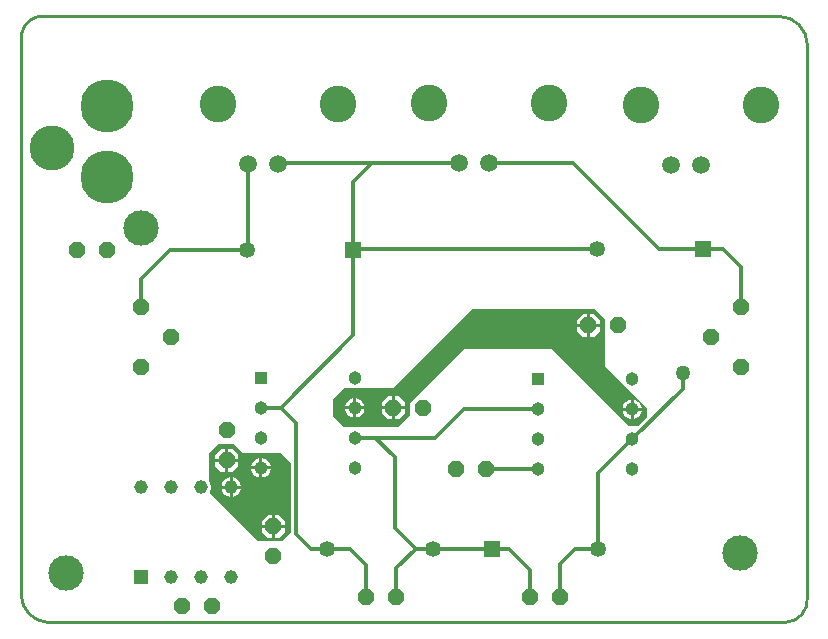
<source format=gbl>
G04*
G04 #@! TF.GenerationSoftware,Altium Limited,Altium Designer,21.2.2 (38)*
G04*
G04 Layer_Physical_Order=2*
G04 Layer_Color=16776960*
%FSLAX25Y25*%
%MOIN*%
G70*
G04*
G04 #@! TF.SameCoordinates,E511DB09-7795-4F42-8736-8E558125F004*
G04*
G04*
G04 #@! TF.FilePolarity,Positive*
G04*
G01*
G75*
%ADD13C,0.01000*%
%ADD32C,0.01200*%
%ADD34P,0.06061X8X202.5*%
%ADD35P,0.06061X8X292.5*%
%ADD36R,0.04567X0.04567*%
%ADD37C,0.04567*%
%ADD38C,0.05315*%
%ADD39R,0.05315X0.05315*%
%ADD40P,0.05629X8X22.5*%
%ADD41R,0.04461X0.04461*%
%ADD42C,0.04461*%
%ADD43C,0.12205*%
%ADD44C,0.05906*%
%ADD45C,0.14961*%
%ADD46C,0.17717*%
%ADD47C,0.11811*%
%ADD48C,0.05000*%
G36*
X153500Y99500D02*
X166000D01*
X169369Y96131D01*
Y72869D01*
X166500Y70000D01*
X158500D01*
X142270Y86230D01*
X142560Y86733D01*
X142783Y87568D01*
Y88432D01*
X142560Y89267D01*
X142127Y90016D01*
X142000Y90144D01*
Y99500D01*
X145000Y102500D01*
X150500D01*
X153500Y99500D01*
D02*
G37*
G36*
X274000Y144000D02*
Y128500D01*
X288000Y114500D01*
X288000Y111500D01*
X285000Y108500D01*
X282000Y108500D01*
X256500Y134000D01*
X227000Y134000D01*
X209000Y116000D01*
X209000Y112000D01*
X205000Y108000D01*
X187000D01*
X183500Y111500D01*
Y117500D01*
X187000Y121000D01*
X203500D01*
X230000Y147500D01*
X270500D01*
X274000Y144000D01*
D02*
G37*
%LPC*%
G36*
X149900Y100800D02*
X148500D01*
Y97500D01*
X151800D01*
Y98900D01*
X149900Y100800D01*
D02*
G37*
G36*
X147500D02*
X146100D01*
X144200Y98900D01*
Y97500D01*
X147500D01*
Y100800D01*
D02*
G37*
G36*
X159874Y97710D02*
Y95000D01*
X162584D01*
X162384Y95747D01*
X161959Y96483D01*
X161357Y97085D01*
X160621Y97510D01*
X159874Y97710D01*
D02*
G37*
G36*
X158874D02*
X158127Y97510D01*
X157391Y97085D01*
X156789Y96483D01*
X156364Y95747D01*
X156164Y95000D01*
X158874D01*
Y97710D01*
D02*
G37*
G36*
X151800Y96500D02*
X148500D01*
Y93200D01*
X149900D01*
X151800Y95100D01*
Y96500D01*
D02*
G37*
G36*
X147500D02*
X144200D01*
Y95100D01*
X146100Y93200D01*
X147500D01*
Y96500D01*
D02*
G37*
G36*
X162584Y94000D02*
X159874D01*
Y91290D01*
X160621Y91490D01*
X161357Y91915D01*
X161959Y92516D01*
X162384Y93253D01*
X162584Y94000D01*
D02*
G37*
G36*
X158874D02*
X156164D01*
X156364Y93253D01*
X156789Y92516D01*
X157391Y91915D01*
X158127Y91490D01*
X158874Y91290D01*
Y94000D01*
D02*
G37*
G36*
X150000Y91265D02*
Y88500D01*
X152765D01*
X152560Y89267D01*
X152127Y90016D01*
X151516Y90627D01*
X150767Y91060D01*
X150000Y91265D01*
D02*
G37*
G36*
X149000D02*
X148233Y91060D01*
X147484Y90627D01*
X146873Y90016D01*
X146440Y89267D01*
X146235Y88500D01*
X149000D01*
Y91265D01*
D02*
G37*
G36*
X152765Y87500D02*
X150000D01*
Y84735D01*
X150767Y84940D01*
X151516Y85373D01*
X152127Y85984D01*
X152560Y86733D01*
X152765Y87500D01*
D02*
G37*
G36*
X149000D02*
X146235D01*
X146440Y86733D01*
X146873Y85984D01*
X147484Y85373D01*
X148233Y84940D01*
X149000Y84735D01*
Y87500D01*
D02*
G37*
G36*
X165400Y78800D02*
X164000D01*
Y75500D01*
X167300D01*
Y76900D01*
X165400Y78800D01*
D02*
G37*
G36*
X163000D02*
X161600D01*
X159700Y76900D01*
Y75500D01*
X163000D01*
Y78800D01*
D02*
G37*
G36*
X167300Y74500D02*
X164000D01*
Y71200D01*
X165400D01*
X167300Y73100D01*
Y74500D01*
D02*
G37*
G36*
X163000D02*
X159700D01*
Y73100D01*
X161600Y71200D01*
X163000D01*
Y74500D01*
D02*
G37*
G36*
X270400Y145800D02*
X269000D01*
Y142500D01*
X272300D01*
Y143900D01*
X270400Y145800D01*
D02*
G37*
G36*
X268000D02*
X266600D01*
X264700Y143900D01*
Y142500D01*
X268000D01*
Y145800D01*
D02*
G37*
G36*
X272300Y141500D02*
X269000D01*
Y138200D01*
X270400D01*
X272300Y140100D01*
Y141500D01*
D02*
G37*
G36*
X268000D02*
X264700D01*
Y140100D01*
X266600Y138200D01*
X268000D01*
Y141500D01*
D02*
G37*
G36*
X205400Y118300D02*
X204000D01*
Y115000D01*
X207300D01*
Y116400D01*
X205400Y118300D01*
D02*
G37*
G36*
X191126Y117710D02*
Y115000D01*
X193836D01*
X193636Y115747D01*
X193211Y116483D01*
X192609Y117085D01*
X191873Y117510D01*
X191126Y117710D01*
D02*
G37*
G36*
X190126D02*
X189379Y117510D01*
X188643Y117085D01*
X188041Y116483D01*
X187616Y115747D01*
X187416Y115000D01*
X190126D01*
Y117710D01*
D02*
G37*
G36*
X203000Y118300D02*
X201600D01*
X199700Y116400D01*
Y115000D01*
X203000D01*
Y118300D01*
D02*
G37*
G36*
X283626Y117210D02*
Y114500D01*
X286336D01*
X286136Y115247D01*
X285711Y115983D01*
X285109Y116585D01*
X284373Y117010D01*
X283626Y117210D01*
D02*
G37*
G36*
X282626D02*
X281879Y117010D01*
X281142Y116585D01*
X280541Y115983D01*
X280116Y115247D01*
X279916Y114500D01*
X282626D01*
Y117210D01*
D02*
G37*
G36*
X193836Y114000D02*
X191126D01*
Y111290D01*
X191873Y111490D01*
X192609Y111915D01*
X193211Y112517D01*
X193636Y113253D01*
X193836Y114000D01*
D02*
G37*
G36*
X190126D02*
X187416D01*
X187616Y113253D01*
X188041Y112517D01*
X188643Y111915D01*
X189379Y111490D01*
X190126Y111290D01*
Y114000D01*
D02*
G37*
G36*
X286336Y113500D02*
X283626D01*
Y110790D01*
X284373Y110990D01*
X285109Y111415D01*
X285711Y112017D01*
X286136Y112753D01*
X286336Y113500D01*
D02*
G37*
G36*
X282626D02*
X279916D01*
X280116Y112753D01*
X280541Y112017D01*
X281142Y111415D01*
X281879Y110990D01*
X282626Y110790D01*
Y113500D01*
D02*
G37*
G36*
X207300Y114000D02*
X204000D01*
Y110700D01*
X205400D01*
X207300Y112600D01*
Y114000D01*
D02*
G37*
G36*
X203000D02*
X199700D01*
Y112600D01*
X201600Y110700D01*
X203000D01*
Y114000D01*
D02*
G37*
%LPD*%
D13*
X79473Y51999D02*
G03*
X88000Y43000I9277J251D01*
G01*
X334500D02*
G03*
X341500Y51000I-500J7500D01*
G01*
X341500Y235500D02*
G03*
X332000Y245000I-9500J0D01*
G01*
X88000Y245000D02*
G03*
X79500Y239000I-1250J-7250D01*
G01*
X79500Y51999D02*
X79500Y239000D01*
X88000Y43000D02*
X334500D01*
X341500Y51000D02*
Y235500D01*
X88000Y245000D02*
X332000Y245000D01*
D32*
X190217Y167500D02*
Y189640D01*
Y167000D02*
Y167500D01*
X176000Y67500D02*
X181283D01*
X171000Y72500D02*
X176000Y67500D01*
X155000Y167217D02*
Y195878D01*
X300000Y120874D02*
Y126000D01*
X283126Y104000D02*
X300000Y120874D01*
X271716Y92591D02*
X283126Y104000D01*
X235500Y195968D02*
X263531D01*
X292000Y167500D02*
X306717D01*
X263531Y195968D02*
X292000Y167500D01*
X190217Y167000D02*
X190717Y167500D01*
X271283D01*
X306717D02*
X313500D01*
X319500Y161500D01*
Y148000D02*
Y161500D01*
X196500Y195923D02*
X225455D01*
X165045D02*
X196500D01*
X190217Y189640D02*
X196500Y195923D01*
X119500Y148000D02*
Y157500D01*
X129000Y167000D01*
X154783D01*
X166000Y114500D02*
X171000Y109500D01*
X190217Y138716D02*
Y167000D01*
X166000Y114500D02*
X190217Y138716D01*
X234500Y94000D02*
X251874D01*
X204000Y74500D02*
X211000Y67500D01*
X197500Y104500D02*
X204000Y98000D01*
Y74500D02*
Y98000D01*
X197500Y104500D02*
X217500D01*
X190626D02*
X197500D01*
X227000Y114000D02*
X251874D01*
X217500Y104500D02*
X227000Y114000D01*
X171000Y72500D02*
Y109500D01*
X181283Y67500D02*
X189000D01*
X159374Y114500D02*
X166000D01*
X194500Y51500D02*
Y62000D01*
X189000Y67500D02*
X194500Y62000D01*
X204500Y51500D02*
Y61000D01*
X211000Y67500D02*
X216717D01*
X204500Y61000D02*
X211000Y67500D01*
X216717D02*
X236283D01*
X242000D02*
X249000Y60500D01*
Y51500D02*
Y60500D01*
X236283Y67500D02*
X242000D01*
X259000Y62500D02*
X264000Y67500D01*
X271716D01*
X259000Y51500D02*
Y62500D01*
X271716Y67500D02*
Y92591D01*
D34*
X98000Y167000D02*
D03*
X108000D02*
D03*
X143000Y48500D02*
D03*
X133000D02*
D03*
X249000Y51500D02*
D03*
X259000D02*
D03*
X224500Y94000D02*
D03*
X234500D02*
D03*
X268500Y142000D02*
D03*
X278500D02*
D03*
X194500Y51500D02*
D03*
X204500D02*
D03*
X213500Y114500D02*
D03*
X203500D02*
D03*
D35*
X163500Y65000D02*
D03*
Y75000D02*
D03*
X148000Y97000D02*
D03*
Y107000D02*
D03*
D36*
X119500Y58000D02*
D03*
D37*
X129500D02*
D03*
X139500D02*
D03*
X149500D02*
D03*
Y88000D02*
D03*
X139500D02*
D03*
X129500D02*
D03*
X119500D02*
D03*
D38*
X271716Y67500D02*
D03*
X271283Y167500D02*
D03*
X154783Y167000D02*
D03*
X216717Y67500D02*
D03*
X181283D02*
D03*
D39*
X236283D02*
D03*
X306717Y167500D02*
D03*
X190217Y167000D02*
D03*
D40*
X119500Y148000D02*
D03*
X129500Y138000D02*
D03*
X119500Y128000D02*
D03*
X319500D02*
D03*
X309500Y138000D02*
D03*
X319500Y148000D02*
D03*
D41*
X251874Y124000D02*
D03*
X159374Y124500D02*
D03*
D42*
X251874Y114000D02*
D03*
Y104000D02*
D03*
Y94000D02*
D03*
X283126D02*
D03*
Y104000D02*
D03*
Y114000D02*
D03*
Y124000D02*
D03*
X190626Y124500D02*
D03*
Y114500D02*
D03*
Y104500D02*
D03*
Y94500D02*
D03*
X159374D02*
D03*
Y104500D02*
D03*
Y114500D02*
D03*
D43*
X145000Y215910D02*
D03*
X185000D02*
D03*
X215500Y216000D02*
D03*
X255500D02*
D03*
X326000Y215500D02*
D03*
X286000D02*
D03*
D44*
X165000Y195878D02*
D03*
X155000D02*
D03*
X235500Y195968D02*
D03*
X225500D02*
D03*
X296000Y195468D02*
D03*
X306000D02*
D03*
D45*
X89693Y201220D02*
D03*
D46*
X108000Y215000D02*
D03*
Y191378D02*
D03*
D47*
X119500Y174500D02*
D03*
X94500Y59500D02*
D03*
X319000Y66000D02*
D03*
D48*
X300000Y126000D02*
D03*
M02*

</source>
